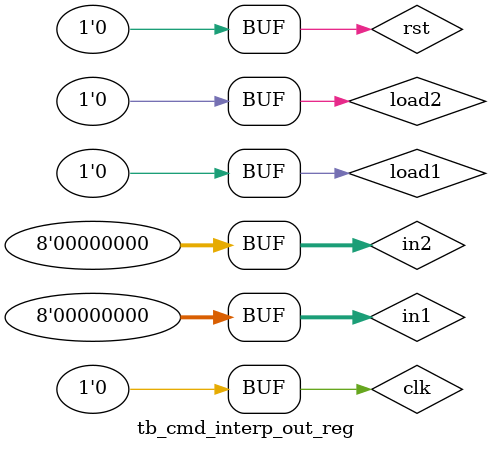
<source format=v>
`timescale 1ns / 1ps


module tb_cmd_interp_out_reg;

	// Inputs
	reg [7:0] in1;
	reg [7:0] in2;
	reg clk;
	reg rst;
	reg load1;
	reg load2;

	// Outputs
	wire [7:0] out;

	// Instantiate the Unit Under Test (UUT)
	cmd_interp_out_reg uut (
		.in1(in1), 
		.in2(in2), 
		.clk(clk), 
		.rst(rst), 
		.load1(load1), 
		.load2(load2), 
		.out(out)
	);

	initial begin
		// Initialize Inputs
		in1 = 0;
		in2 = 0;
		clk = 0;
		rst = 0;
		load1 = 0;
		load2 = 0;

		// Wait 100 ns for global reset to finish
		#100;
		
        
		// Add stimulus here

	end
      
endmodule


</source>
